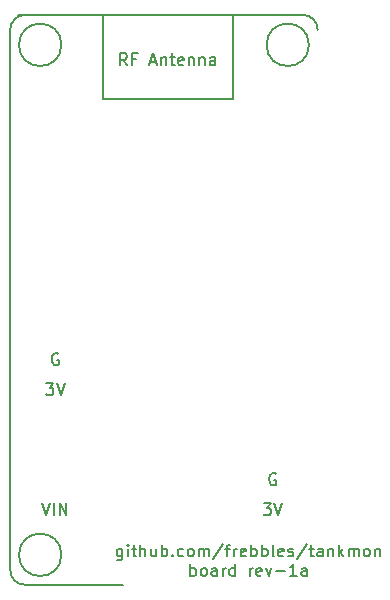
<source format=gbr>
G04 #@! TF.GenerationSoftware,KiCad,Pcbnew,5.1.3-ffb9f22~84~ubuntu16.04.1*
G04 #@! TF.CreationDate,2019-07-29T14:43:33+10:00*
G04 #@! TF.ProjectId,tankmon-pcb,74616e6b-6d6f-46e2-9d70-63622e6b6963,1a*
G04 #@! TF.SameCoordinates,Original*
G04 #@! TF.FileFunction,Legend,Top*
G04 #@! TF.FilePolarity,Positive*
%FSLAX46Y46*%
G04 Gerber Fmt 4.6, Leading zero omitted, Abs format (unit mm)*
G04 Created by KiCad (PCBNEW 5.1.3-ffb9f22~84~ubuntu16.04.1) date 2019-07-29 14:43:33*
%MOMM*%
%LPD*%
G04 APERTURE LIST*
%ADD10C,0.150000*%
G04 APERTURE END LIST*
D10*
X141201523Y-122912714D02*
X141201523Y-123722238D01*
X141153904Y-123817476D01*
X141106285Y-123865095D01*
X141011047Y-123912714D01*
X140868190Y-123912714D01*
X140772952Y-123865095D01*
X141201523Y-123531761D02*
X141106285Y-123579380D01*
X140915809Y-123579380D01*
X140820571Y-123531761D01*
X140772952Y-123484142D01*
X140725333Y-123388904D01*
X140725333Y-123103190D01*
X140772952Y-123007952D01*
X140820571Y-122960333D01*
X140915809Y-122912714D01*
X141106285Y-122912714D01*
X141201523Y-122960333D01*
X141677714Y-123579380D02*
X141677714Y-122912714D01*
X141677714Y-122579380D02*
X141630095Y-122627000D01*
X141677714Y-122674619D01*
X141725333Y-122627000D01*
X141677714Y-122579380D01*
X141677714Y-122674619D01*
X142011047Y-122912714D02*
X142392000Y-122912714D01*
X142153904Y-122579380D02*
X142153904Y-123436523D01*
X142201523Y-123531761D01*
X142296761Y-123579380D01*
X142392000Y-123579380D01*
X142725333Y-123579380D02*
X142725333Y-122579380D01*
X143153904Y-123579380D02*
X143153904Y-123055571D01*
X143106285Y-122960333D01*
X143011047Y-122912714D01*
X142868190Y-122912714D01*
X142772952Y-122960333D01*
X142725333Y-123007952D01*
X144058666Y-122912714D02*
X144058666Y-123579380D01*
X143630095Y-122912714D02*
X143630095Y-123436523D01*
X143677714Y-123531761D01*
X143772952Y-123579380D01*
X143915809Y-123579380D01*
X144011047Y-123531761D01*
X144058666Y-123484142D01*
X144534857Y-123579380D02*
X144534857Y-122579380D01*
X144534857Y-122960333D02*
X144630095Y-122912714D01*
X144820571Y-122912714D01*
X144915809Y-122960333D01*
X144963428Y-123007952D01*
X145011047Y-123103190D01*
X145011047Y-123388904D01*
X144963428Y-123484142D01*
X144915809Y-123531761D01*
X144820571Y-123579380D01*
X144630095Y-123579380D01*
X144534857Y-123531761D01*
X145439619Y-123484142D02*
X145487238Y-123531761D01*
X145439619Y-123579380D01*
X145392000Y-123531761D01*
X145439619Y-123484142D01*
X145439619Y-123579380D01*
X146344380Y-123531761D02*
X146249142Y-123579380D01*
X146058666Y-123579380D01*
X145963428Y-123531761D01*
X145915809Y-123484142D01*
X145868190Y-123388904D01*
X145868190Y-123103190D01*
X145915809Y-123007952D01*
X145963428Y-122960333D01*
X146058666Y-122912714D01*
X146249142Y-122912714D01*
X146344380Y-122960333D01*
X146915809Y-123579380D02*
X146820571Y-123531761D01*
X146772952Y-123484142D01*
X146725333Y-123388904D01*
X146725333Y-123103190D01*
X146772952Y-123007952D01*
X146820571Y-122960333D01*
X146915809Y-122912714D01*
X147058666Y-122912714D01*
X147153904Y-122960333D01*
X147201523Y-123007952D01*
X147249142Y-123103190D01*
X147249142Y-123388904D01*
X147201523Y-123484142D01*
X147153904Y-123531761D01*
X147058666Y-123579380D01*
X146915809Y-123579380D01*
X147677714Y-123579380D02*
X147677714Y-122912714D01*
X147677714Y-123007952D02*
X147725333Y-122960333D01*
X147820571Y-122912714D01*
X147963428Y-122912714D01*
X148058666Y-122960333D01*
X148106285Y-123055571D01*
X148106285Y-123579380D01*
X148106285Y-123055571D02*
X148153904Y-122960333D01*
X148249142Y-122912714D01*
X148392000Y-122912714D01*
X148487238Y-122960333D01*
X148534857Y-123055571D01*
X148534857Y-123579380D01*
X149725333Y-122531761D02*
X148868190Y-123817476D01*
X149915809Y-122912714D02*
X150296761Y-122912714D01*
X150058666Y-123579380D02*
X150058666Y-122722238D01*
X150106285Y-122627000D01*
X150201523Y-122579380D01*
X150296761Y-122579380D01*
X150630095Y-123579380D02*
X150630095Y-122912714D01*
X150630095Y-123103190D02*
X150677714Y-123007952D01*
X150725333Y-122960333D01*
X150820571Y-122912714D01*
X150915809Y-122912714D01*
X151630095Y-123531761D02*
X151534857Y-123579380D01*
X151344380Y-123579380D01*
X151249142Y-123531761D01*
X151201523Y-123436523D01*
X151201523Y-123055571D01*
X151249142Y-122960333D01*
X151344380Y-122912714D01*
X151534857Y-122912714D01*
X151630095Y-122960333D01*
X151677714Y-123055571D01*
X151677714Y-123150809D01*
X151201523Y-123246047D01*
X152106285Y-123579380D02*
X152106285Y-122579380D01*
X152106285Y-122960333D02*
X152201523Y-122912714D01*
X152392000Y-122912714D01*
X152487238Y-122960333D01*
X152534857Y-123007952D01*
X152582476Y-123103190D01*
X152582476Y-123388904D01*
X152534857Y-123484142D01*
X152487238Y-123531761D01*
X152392000Y-123579380D01*
X152201523Y-123579380D01*
X152106285Y-123531761D01*
X153011047Y-123579380D02*
X153011047Y-122579380D01*
X153011047Y-122960333D02*
X153106285Y-122912714D01*
X153296761Y-122912714D01*
X153392000Y-122960333D01*
X153439619Y-123007952D01*
X153487238Y-123103190D01*
X153487238Y-123388904D01*
X153439619Y-123484142D01*
X153392000Y-123531761D01*
X153296761Y-123579380D01*
X153106285Y-123579380D01*
X153011047Y-123531761D01*
X154058666Y-123579380D02*
X153963428Y-123531761D01*
X153915809Y-123436523D01*
X153915809Y-122579380D01*
X154820571Y-123531761D02*
X154725333Y-123579380D01*
X154534857Y-123579380D01*
X154439619Y-123531761D01*
X154392000Y-123436523D01*
X154392000Y-123055571D01*
X154439619Y-122960333D01*
X154534857Y-122912714D01*
X154725333Y-122912714D01*
X154820571Y-122960333D01*
X154868190Y-123055571D01*
X154868190Y-123150809D01*
X154392000Y-123246047D01*
X155249142Y-123531761D02*
X155344380Y-123579380D01*
X155534857Y-123579380D01*
X155630095Y-123531761D01*
X155677714Y-123436523D01*
X155677714Y-123388904D01*
X155630095Y-123293666D01*
X155534857Y-123246047D01*
X155392000Y-123246047D01*
X155296761Y-123198428D01*
X155249142Y-123103190D01*
X155249142Y-123055571D01*
X155296761Y-122960333D01*
X155392000Y-122912714D01*
X155534857Y-122912714D01*
X155630095Y-122960333D01*
X156820571Y-122531761D02*
X155963428Y-123817476D01*
X157011047Y-122912714D02*
X157392000Y-122912714D01*
X157153904Y-122579380D02*
X157153904Y-123436523D01*
X157201523Y-123531761D01*
X157296761Y-123579380D01*
X157392000Y-123579380D01*
X158153904Y-123579380D02*
X158153904Y-123055571D01*
X158106285Y-122960333D01*
X158011047Y-122912714D01*
X157820571Y-122912714D01*
X157725333Y-122960333D01*
X158153904Y-123531761D02*
X158058666Y-123579380D01*
X157820571Y-123579380D01*
X157725333Y-123531761D01*
X157677714Y-123436523D01*
X157677714Y-123341285D01*
X157725333Y-123246047D01*
X157820571Y-123198428D01*
X158058666Y-123198428D01*
X158153904Y-123150809D01*
X158630095Y-122912714D02*
X158630095Y-123579380D01*
X158630095Y-123007952D02*
X158677714Y-122960333D01*
X158772952Y-122912714D01*
X158915809Y-122912714D01*
X159011047Y-122960333D01*
X159058666Y-123055571D01*
X159058666Y-123579380D01*
X159534857Y-123579380D02*
X159534857Y-122579380D01*
X159630095Y-123198428D02*
X159915809Y-123579380D01*
X159915809Y-122912714D02*
X159534857Y-123293666D01*
X160344380Y-123579380D02*
X160344380Y-122912714D01*
X160344380Y-123007952D02*
X160392000Y-122960333D01*
X160487238Y-122912714D01*
X160630095Y-122912714D01*
X160725333Y-122960333D01*
X160772952Y-123055571D01*
X160772952Y-123579380D01*
X160772952Y-123055571D02*
X160820571Y-122960333D01*
X160915809Y-122912714D01*
X161058666Y-122912714D01*
X161153904Y-122960333D01*
X161201523Y-123055571D01*
X161201523Y-123579380D01*
X161820571Y-123579380D02*
X161725333Y-123531761D01*
X161677714Y-123484142D01*
X161630095Y-123388904D01*
X161630095Y-123103190D01*
X161677714Y-123007952D01*
X161725333Y-122960333D01*
X161820571Y-122912714D01*
X161963428Y-122912714D01*
X162058666Y-122960333D01*
X162106285Y-123007952D01*
X162153904Y-123103190D01*
X162153904Y-123388904D01*
X162106285Y-123484142D01*
X162058666Y-123531761D01*
X161963428Y-123579380D01*
X161820571Y-123579380D01*
X162582476Y-122912714D02*
X162582476Y-123579380D01*
X162582476Y-123007952D02*
X162630095Y-122960333D01*
X162725333Y-122912714D01*
X162868190Y-122912714D01*
X162963428Y-122960333D01*
X163011047Y-123055571D01*
X163011047Y-123579380D01*
X146963428Y-125229380D02*
X146963428Y-124229380D01*
X146963428Y-124610333D02*
X147058666Y-124562714D01*
X147249142Y-124562714D01*
X147344380Y-124610333D01*
X147392000Y-124657952D01*
X147439619Y-124753190D01*
X147439619Y-125038904D01*
X147392000Y-125134142D01*
X147344380Y-125181761D01*
X147249142Y-125229380D01*
X147058666Y-125229380D01*
X146963428Y-125181761D01*
X148011047Y-125229380D02*
X147915809Y-125181761D01*
X147868190Y-125134142D01*
X147820571Y-125038904D01*
X147820571Y-124753190D01*
X147868190Y-124657952D01*
X147915809Y-124610333D01*
X148011047Y-124562714D01*
X148153904Y-124562714D01*
X148249142Y-124610333D01*
X148296761Y-124657952D01*
X148344380Y-124753190D01*
X148344380Y-125038904D01*
X148296761Y-125134142D01*
X148249142Y-125181761D01*
X148153904Y-125229380D01*
X148011047Y-125229380D01*
X149201523Y-125229380D02*
X149201523Y-124705571D01*
X149153904Y-124610333D01*
X149058666Y-124562714D01*
X148868190Y-124562714D01*
X148772952Y-124610333D01*
X149201523Y-125181761D02*
X149106285Y-125229380D01*
X148868190Y-125229380D01*
X148772952Y-125181761D01*
X148725333Y-125086523D01*
X148725333Y-124991285D01*
X148772952Y-124896047D01*
X148868190Y-124848428D01*
X149106285Y-124848428D01*
X149201523Y-124800809D01*
X149677714Y-125229380D02*
X149677714Y-124562714D01*
X149677714Y-124753190D02*
X149725333Y-124657952D01*
X149772952Y-124610333D01*
X149868190Y-124562714D01*
X149963428Y-124562714D01*
X150725333Y-125229380D02*
X150725333Y-124229380D01*
X150725333Y-125181761D02*
X150630095Y-125229380D01*
X150439619Y-125229380D01*
X150344380Y-125181761D01*
X150296761Y-125134142D01*
X150249142Y-125038904D01*
X150249142Y-124753190D01*
X150296761Y-124657952D01*
X150344380Y-124610333D01*
X150439619Y-124562714D01*
X150630095Y-124562714D01*
X150725333Y-124610333D01*
X151963428Y-125229380D02*
X151963428Y-124562714D01*
X151963428Y-124753190D02*
X152011047Y-124657952D01*
X152058666Y-124610333D01*
X152153904Y-124562714D01*
X152249142Y-124562714D01*
X152963428Y-125181761D02*
X152868190Y-125229380D01*
X152677714Y-125229380D01*
X152582476Y-125181761D01*
X152534857Y-125086523D01*
X152534857Y-124705571D01*
X152582476Y-124610333D01*
X152677714Y-124562714D01*
X152868190Y-124562714D01*
X152963428Y-124610333D01*
X153011047Y-124705571D01*
X153011047Y-124800809D01*
X152534857Y-124896047D01*
X153344380Y-124562714D02*
X153582476Y-125229380D01*
X153820571Y-124562714D01*
X154201523Y-124848428D02*
X154963428Y-124848428D01*
X155963428Y-125229380D02*
X155392000Y-125229380D01*
X155677714Y-125229380D02*
X155677714Y-124229380D01*
X155582476Y-124372238D01*
X155487238Y-124467476D01*
X155392000Y-124515095D01*
X156820571Y-125229380D02*
X156820571Y-124705571D01*
X156772952Y-124610333D01*
X156677714Y-124562714D01*
X156487238Y-124562714D01*
X156392000Y-124610333D01*
X156820571Y-125181761D02*
X156725333Y-125229380D01*
X156487238Y-125229380D01*
X156392000Y-125181761D01*
X156344380Y-125086523D01*
X156344380Y-124991285D01*
X156392000Y-124896047D01*
X156487238Y-124848428D01*
X156725333Y-124848428D01*
X156820571Y-124800809D01*
X150534000Y-84854000D02*
X139534000Y-84854000D01*
X150534000Y-77724000D02*
X150534000Y-84854000D01*
X139534000Y-84854000D02*
X139534000Y-77724000D01*
X132969000Y-77724000D02*
G75*
G03X131699000Y-78994000I0J-1270000D01*
G01*
X157734000Y-78994000D02*
G75*
G03X156464000Y-77724000I-1270000J0D01*
G01*
X131699000Y-124714000D02*
G75*
G03X132969000Y-125984000I1270000J0D01*
G01*
X131699000Y-78994000D02*
X131699000Y-124714000D01*
X141224000Y-125984000D02*
X132969000Y-125984000D01*
X136035051Y-123444000D02*
G75*
G03X136035051Y-123444000I-1796051J0D01*
G01*
X136035051Y-80264000D02*
G75*
G03X136035051Y-80264000I-1796051J0D01*
G01*
X156990051Y-80264000D02*
G75*
G03X156990051Y-80264000I-1796051J0D01*
G01*
X156464000Y-77724000D02*
X132334000Y-77724000D01*
X141581619Y-81986380D02*
X141248285Y-81510190D01*
X141010190Y-81986380D02*
X141010190Y-80986380D01*
X141391142Y-80986380D01*
X141486380Y-81034000D01*
X141534000Y-81081619D01*
X141581619Y-81176857D01*
X141581619Y-81319714D01*
X141534000Y-81414952D01*
X141486380Y-81462571D01*
X141391142Y-81510190D01*
X141010190Y-81510190D01*
X142343523Y-81462571D02*
X142010190Y-81462571D01*
X142010190Y-81986380D02*
X142010190Y-80986380D01*
X142486380Y-80986380D01*
X143581619Y-81700666D02*
X144057809Y-81700666D01*
X143486380Y-81986380D02*
X143819714Y-80986380D01*
X144153047Y-81986380D01*
X144486380Y-81319714D02*
X144486380Y-81986380D01*
X144486380Y-81414952D02*
X144534000Y-81367333D01*
X144629238Y-81319714D01*
X144772095Y-81319714D01*
X144867333Y-81367333D01*
X144914952Y-81462571D01*
X144914952Y-81986380D01*
X145248285Y-81319714D02*
X145629238Y-81319714D01*
X145391142Y-80986380D02*
X145391142Y-81843523D01*
X145438761Y-81938761D01*
X145534000Y-81986380D01*
X145629238Y-81986380D01*
X146343523Y-81938761D02*
X146248285Y-81986380D01*
X146057809Y-81986380D01*
X145962571Y-81938761D01*
X145914952Y-81843523D01*
X145914952Y-81462571D01*
X145962571Y-81367333D01*
X146057809Y-81319714D01*
X146248285Y-81319714D01*
X146343523Y-81367333D01*
X146391142Y-81462571D01*
X146391142Y-81557809D01*
X145914952Y-81653047D01*
X146819714Y-81319714D02*
X146819714Y-81986380D01*
X146819714Y-81414952D02*
X146867333Y-81367333D01*
X146962571Y-81319714D01*
X147105428Y-81319714D01*
X147200666Y-81367333D01*
X147248285Y-81462571D01*
X147248285Y-81986380D01*
X147724476Y-81319714D02*
X147724476Y-81986380D01*
X147724476Y-81414952D02*
X147772095Y-81367333D01*
X147867333Y-81319714D01*
X148010190Y-81319714D01*
X148105428Y-81367333D01*
X148153047Y-81462571D01*
X148153047Y-81986380D01*
X149057809Y-81986380D02*
X149057809Y-81462571D01*
X149010190Y-81367333D01*
X148914952Y-81319714D01*
X148724476Y-81319714D01*
X148629238Y-81367333D01*
X149057809Y-81938761D02*
X148962571Y-81986380D01*
X148724476Y-81986380D01*
X148629238Y-81938761D01*
X148581619Y-81843523D01*
X148581619Y-81748285D01*
X148629238Y-81653047D01*
X148724476Y-81605428D01*
X148962571Y-81605428D01*
X149057809Y-81557809D01*
X134413761Y-119086380D02*
X134747095Y-120086380D01*
X135080428Y-119086380D01*
X135413761Y-120086380D02*
X135413761Y-119086380D01*
X135889952Y-120086380D02*
X135889952Y-119086380D01*
X136461380Y-120086380D01*
X136461380Y-119086380D01*
X134747095Y-108926380D02*
X135366142Y-108926380D01*
X135032809Y-109307333D01*
X135175666Y-109307333D01*
X135270904Y-109354952D01*
X135318523Y-109402571D01*
X135366142Y-109497809D01*
X135366142Y-109735904D01*
X135318523Y-109831142D01*
X135270904Y-109878761D01*
X135175666Y-109926380D01*
X134889952Y-109926380D01*
X134794714Y-109878761D01*
X134747095Y-109831142D01*
X135651857Y-108926380D02*
X135985190Y-109926380D01*
X136318523Y-108926380D01*
X135770904Y-106434000D02*
X135675666Y-106386380D01*
X135532809Y-106386380D01*
X135389952Y-106434000D01*
X135294714Y-106529238D01*
X135247095Y-106624476D01*
X135199476Y-106814952D01*
X135199476Y-106957809D01*
X135247095Y-107148285D01*
X135294714Y-107243523D01*
X135389952Y-107338761D01*
X135532809Y-107386380D01*
X135628047Y-107386380D01*
X135770904Y-107338761D01*
X135818523Y-107291142D01*
X135818523Y-106957809D01*
X135628047Y-106957809D01*
X153162095Y-119086380D02*
X153781142Y-119086380D01*
X153447809Y-119467333D01*
X153590666Y-119467333D01*
X153685904Y-119514952D01*
X153733523Y-119562571D01*
X153781142Y-119657809D01*
X153781142Y-119895904D01*
X153733523Y-119991142D01*
X153685904Y-120038761D01*
X153590666Y-120086380D01*
X153304952Y-120086380D01*
X153209714Y-120038761D01*
X153162095Y-119991142D01*
X154066857Y-119086380D02*
X154400190Y-120086380D01*
X154733523Y-119086380D01*
X154185904Y-116594000D02*
X154090666Y-116546380D01*
X153947809Y-116546380D01*
X153804952Y-116594000D01*
X153709714Y-116689238D01*
X153662095Y-116784476D01*
X153614476Y-116974952D01*
X153614476Y-117117809D01*
X153662095Y-117308285D01*
X153709714Y-117403523D01*
X153804952Y-117498761D01*
X153947809Y-117546380D01*
X154043047Y-117546380D01*
X154185904Y-117498761D01*
X154233523Y-117451142D01*
X154233523Y-117117809D01*
X154043047Y-117117809D01*
M02*

</source>
